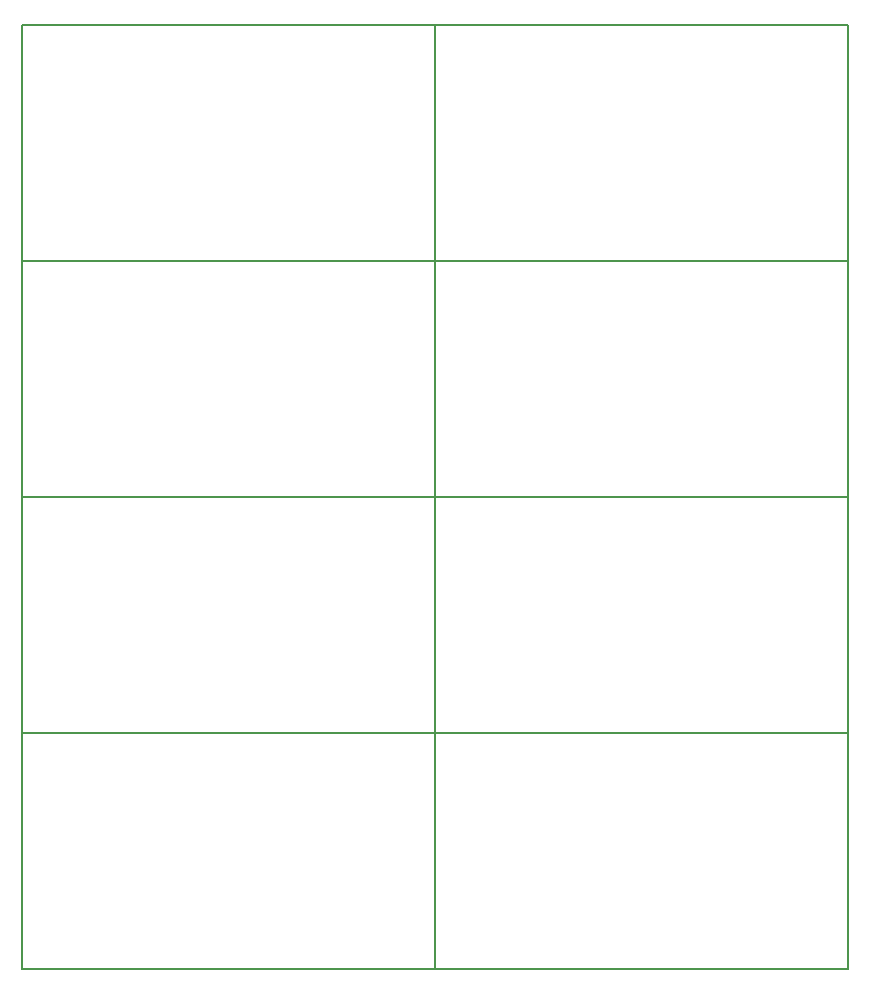
<source format=gm1>
G04 #@! TF.FileFunction,Profile,NP*
%FSLAX46Y46*%
G04 Gerber Fmt 4.6, Leading zero omitted, Abs format (unit mm)*
G04 Created by KiCad (PCBNEW 4.0.7-e2-6376~58~ubuntu14.04.1) date Wed Feb  7 09:15:08 2018*
%MOMM*%
%LPD*%
G01*
G04 APERTURE LIST*
%ADD10C,0.100000*%
%ADD11C,0.150000*%
G04 APERTURE END LIST*
D10*
D11*
X124000000Y-127500000D02*
X124000000Y-47500000D01*
X159000000Y-47500000D02*
X159000000Y-127500000D01*
X89000000Y-47500000D02*
X159000000Y-47500000D01*
X89000000Y-127500000D02*
X89000000Y-47500000D01*
X89000000Y-87500000D02*
X159000000Y-87500000D01*
X89000000Y-67500000D02*
X159000000Y-67500000D01*
X89000000Y-107500000D02*
X159000000Y-107500000D01*
X89000000Y-127500000D02*
X159000000Y-127500000D01*
X89000000Y-87500000D02*
X159000000Y-87500000D01*
M02*

</source>
